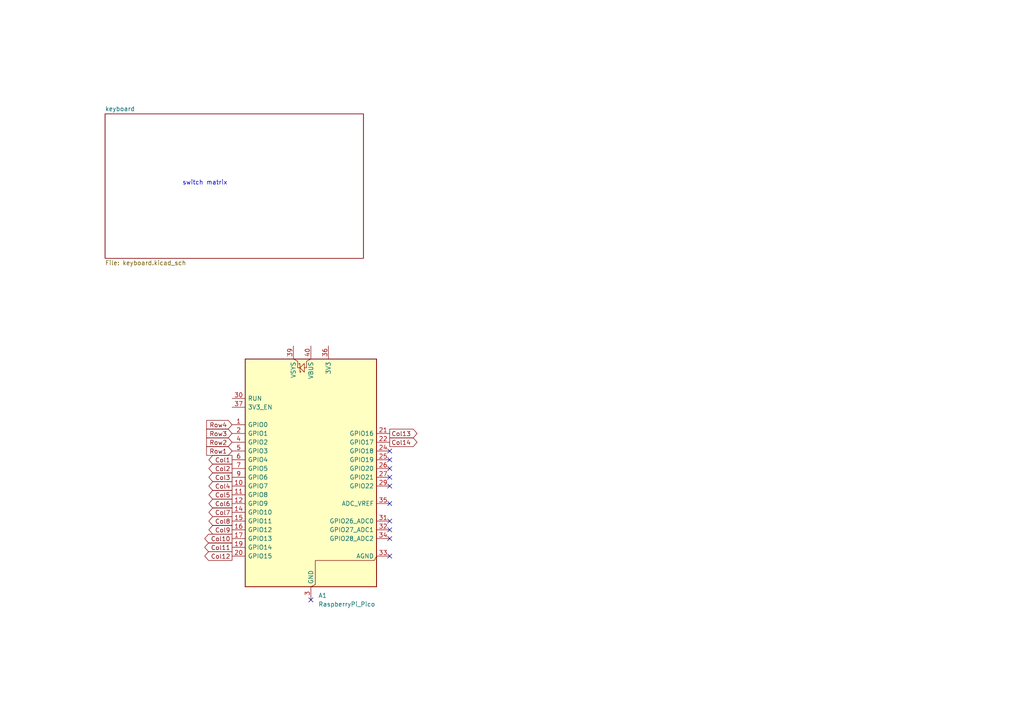
<source format=kicad_sch>
(kicad_sch (version 20250114) (generator "eeschema") (generator_version "9.0")
  (paper "A4")
  (lib_symbols
    (symbol "MCU_Module:RaspberryPi_Pico" (pin_names (offset 0.762))
      (property "Reference" "A" (at -19.05 35.56 0))
      (property "Value" "RaspberryPi_Pico" (at 7.62 35.56 0))
      (symbol "RaspberryPi_Pico_0_1"
        (rectangle (start -19.05 34.29) (end 19.05 -31.75) (stroke (width 0.254)) (fill (type background)))
        (polyline (pts (xy -5.08 34.29) (xy -3.81 33.655) (xy -3.81 31.75) (xy -3.175 31.75)))
        (polyline (pts (xy -3.429 32.766) (xy -3.429 33.02) (xy -3.175 33.02) (xy -3.175 30.48) (xy -2.921 30.48) (xy -2.921 30.734)))
        (polyline (pts (xy -3.175 31.75) (xy -1.905 33.02) (xy -1.905 30.48) (xy -3.175 31.75)))
        (polyline (pts (xy 0 34.29) (xy -1.27 33.655) (xy -1.27 31.75) (xy -1.905 31.75)))
        (polyline (pts (xy 0 -31.75) (xy 1.27 -31.115) (xy 1.27 -24.13) (xy 18.415 -24.13) (xy 19.05 -22.86)))
      )
      (symbol "RaspberryPi_Pico_1_1"
        (pin passive line (at -22.86 22.86 0) (length 3.81) (name "RUN") (number "30"))
        (pin passive line (at -22.86 20.32 0) (length 3.81) (name "3V3_EN") (number "37"))
        (pin bidirectional line (at -22.86 15.24 0) (length 3.81) (name "GPIO0") (number "1"))
        (pin bidirectional line (at -22.86 12.7 0) (length 3.81) (name "GPIO1") (number "2"))
        (pin bidirectional line (at -22.86 10.16 0) (length 3.81) (name "GPIO2") (number "4"))
        (pin bidirectional line (at -22.86 7.62 0) (length 3.81) (name "GPIO3") (number "5"))
        (pin bidirectional line (at -22.86 5.08 0) (length 3.81) (name "GPIO4") (number "6"))
        (pin bidirectional line (at -22.86 2.54 0) (length 3.81) (name "GPIO5") (number "7"))
        (pin bidirectional line (at -22.86 0 0) (length 3.81) (name "GPIO6") (number "9"))
        (pin bidirectional line (at -22.86 -2.54 0) (length 3.81) (name "GPIO7") (number "10"))
        (pin bidirectional line (at -22.86 -5.08 0) (length 3.81) (name "GPIO8") (number "11"))
        (pin bidirectional line (at -22.86 -7.62 0) (length 3.81) (name "GPIO9") (number "12"))
        (pin bidirectional line (at -22.86 -10.16 0) (length 3.81) (name "GPIO10") (number "14"))
        (pin bidirectional line (at -22.86 -12.7 0) (length 3.81) (name "GPIO11") (number "15"))
        (pin bidirectional line (at -22.86 -15.24 0) (length 3.81) (name "GPIO12") (number "16"))
        (pin bidirectional line (at -22.86 -17.78 0) (length 3.81) (name "GPIO13") (number "17"))
        (pin bidirectional line (at -22.86 -20.32 0) (length 3.81) (name "GPIO14") (number "19"))
        (pin bidirectional line (at -22.86 -22.86 0) (length 3.81) (name "GPIO15") (number "20"))
        (pin power_in line (at -5.08 38.1 270) (length 3.81) (name "VSYS") (number "39"))
        (pin power_out line (at 0 38.1 270) (length 3.81) (name "VBUS") (number "40"))
        (pin passive line (at 0 -35.56 90) (length 3.81) (hide yes) (name "GND") (number "13"))
        (pin passive line (at 0 -35.56 90) (length 3.81) (hide yes) (name "GND") (number "18"))
        (pin passive line (at 0 -35.56 90) (length 3.81) (hide yes) (name "GND") (number "23"))
        (pin passive line (at 0 -35.56 90) (length 3.81) (hide yes) (name "GND") (number "28"))
        (pin power_out line (at 0 -35.56 90) (length 3.81) (name "GND") (number "3"))
        (pin passive line (at 0 -35.56 90) (length 3.81) (hide yes) (name "GND") (number "38"))
        (pin passive line (at 0 -35.56 90) (length 3.81) (hide yes) (name "GND") (number "8"))
        (pin power_out line (at 5.08 38.1 270) (length 3.81) (name "3V3") (number "36"))
        (pin bidirectional line (at 22.86 12.7 180) (length 3.81) (name "GPIO16") (number "21"))
        (pin bidirectional line (at 22.86 10.16 180) (length 3.81) (name "GPIO17") (number "22"))
        (pin bidirectional line (at 22.86 7.62 180) (length 3.81) (name "GPIO18") (number "24"))
        (pin bidirectional line (at 22.86 5.08 180) (length 3.81) (name "GPIO19") (number "25"))
        (pin bidirectional line (at 22.86 2.54 180) (length 3.81) (name "GPIO20") (number "26"))
        (pin bidirectional line (at 22.86 0 180) (length 3.81) (name "GPIO21") (number "27"))
        (pin bidirectional line (at 22.86 -2.54 180) (length 3.81) (name "GPIO22") (number "29"))
        (pin power_in line (at 22.86 -7.62 180) (length 3.81) (name "ADC_VREF") (number "35"))
        (pin bidirectional line (at 22.86 -12.7 180) (length 3.81) (name "GPIO26_ADC0") (number "31"))
        (pin bidirectional line (at 22.86 -15.24 180) (length 3.81) (name "GPIO27_ADC1") (number "32"))
        (pin bidirectional line (at 22.86 -17.78 180) (length 3.81) (name "GPIO28_ADC2") (number "34"))
        (pin power_out line (at 22.86 -22.86 180) (length 3.81) (name "AGND") (number "33"))
      )
    )
  )
  (text "switch matrix" (exclude_from_sim yes) (at 59.436 53.086 0) (effects (font (size 1.27 1.27))))
  (no_connect (at 113.03 156.21))
  (no_connect (at 113.03 135.89))
  (no_connect (at 90.17 173.99))
  (no_connect (at 113.03 140.97))
  (no_connect (at 113.03 161.29))
  (no_connect (at 113.03 138.43))
  (no_connect (at 113.03 130.81))
  (no_connect (at 113.03 146.05))
  (no_connect (at 113.03 151.13))
  (no_connect (at 113.03 153.67))
  (no_connect (at 113.03 133.35))
  (global_label "Row1" (shape input) (at 67.31 130.81 180) (property "Intersheetrefs" "${INTERSHEET_REFS}" (effects (hide yes))))
  (global_label "Col1" (shape output) (at 67.31 133.35 180) (property "Intersheetrefs" "${INTERSHEET_REFS}" (effects (hide yes))))
  (global_label "Row3" (shape input) (at 67.31 125.73 180) (property "Intersheetrefs" "${INTERSHEET_REFS}" (effects (hide yes))))
  (global_label "Col12" (shape output) (at 67.31 161.29 180) (property "Intersheetrefs" "${INTERSHEET_REFS}" (effects (hide yes))))
  (global_label "Col8" (shape output) (at 67.31 151.13 180) (property "Intersheetrefs" "${INTERSHEET_REFS}" (effects (hide yes))))
  (global_label "Col5" (shape output) (at 67.31 143.51 180) (property "Intersheetrefs" "${INTERSHEET_REFS}" (effects (hide yes))))
  (global_label "Col13" (shape output) (at 113.03 125.73 0) (property "Intersheetrefs" "${INTERSHEET_REFS}" (effects (hide yes))))
  (global_label "Row4" (shape input) (at 67.31 123.19 180) (property "Intersheetrefs" "${INTERSHEET_REFS}" (effects (hide yes))))
  (global_label "Col3" (shape output) (at 67.31 138.43 180) (property "Intersheetrefs" "${INTERSHEET_REFS}" (effects (hide yes))))
  (global_label "Col11" (shape output) (at 67.31 158.75 180) (property "Intersheetrefs" "${INTERSHEET_REFS}" (effects (hide yes))))
  (global_label "Row2" (shape input) (at 67.31 128.27 180) (property "Intersheetrefs" "${INTERSHEET_REFS}" (effects (hide yes))))
  (global_label "Col4" (shape output) (at 67.31 140.97 180) (property "Intersheetrefs" "${INTERSHEET_REFS}" (effects (hide yes))))
  (global_label "Col9" (shape output) (at 67.31 153.67 180) (property "Intersheetrefs" "${INTERSHEET_REFS}" (effects (hide yes))))
  (global_label "Col6" (shape output) (at 67.31 146.05 180) (property "Intersheetrefs" "${INTERSHEET_REFS}" (effects (hide yes))))
  (global_label "Col2" (shape output) (at 67.31 135.89 180) (property "Intersheetrefs" "${INTERSHEET_REFS}" (effects (hide yes))))
  (global_label "Col7" (shape output) (at 67.31 148.59 180) (property "Intersheetrefs" "${INTERSHEET_REFS}" (effects (hide yes))))
  (global_label "Col10" (shape output) (at 67.31 156.21 180) (property "Intersheetrefs" "${INTERSHEET_REFS}" (effects (hide yes))))
  (global_label "Col14" (shape output) (at 113.03 128.27 0) (property "Intersheetrefs" "${INTERSHEET_REFS}" (effects (hide yes))))
  (symbol (lib_id "MCU_Module:RaspberryPi_Pico") (at 90.17 138.43 0) (unit 1)
    (property "Reference" "A1" (at 92.3133 172.72 0) (effects (justify left)))
    (property "Value" "RaspberryPi_Pico" (at 92.3133 175.26 0) (effects (justify left)))
    (property "Footprint" "Module:RaspberryPi_Pico_Common_Unspecified" (effects (hide yes)))
    (property "Datasheet" "https://datasheets.raspberrypi.com/pico/pico-datasheet.pdf" (effects (hide yes)))
    (property "Description" "Versatile and inexpensive microcontroller module powered by RP2040 dual-core Arm Cortex-M0+ processor up to 133 MHz, 264kB SRAM, 2MB QSPI flash; also supports Raspberry Pi Pico 2" (effects (hide yes)))
  )
  (sheet (at 30.48 33.02) (size 74.93 41.91) (stroke (width 0.1524))
    (property "Sheetname" "keyboard" (at 30.48 32.3084 0) (effects (justify left bottom)))
    (property "Sheetfile" "keyboard.kicad_sch" (at 30.48 75.5146 0) (effects (justify left top)))
  )
)
</source>
